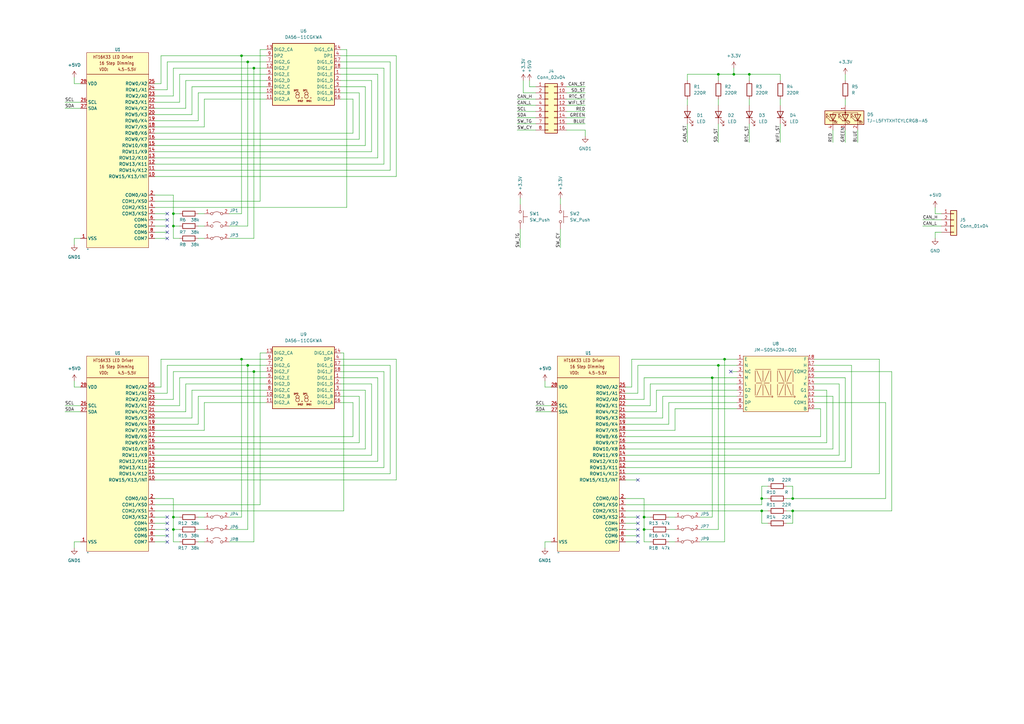
<source format=kicad_sch>
(kicad_sch (version 20231120) (generator "eeschema") (generator_version "8.0")
  (paper "A3")
  (lib_symbols
    (symbol "+5VD_1" (power) (pin_numbers hide) (pin_names (offset 0) hide)
      (property "Value" "+5VD" (at 0 3.556 0))
      (symbol "+5VD_1_1_1"
        (pin power_in line (at 0 0 90) (length 0) (name "~") (number "1"))
      )
    )
    (symbol "Adafruit 0.56 7-Segment QT-eagle-import:HT16K33_SOP28"
      (property "Reference" "U1" (at 0 39.37 0))
      (property "Value" "~" (at -12.7 -43.18 0))
      (symbol "HT16K33_SOP28_1_0"
        (text "16 Step Dimming" (at -7.62 33.02 0) (effects (font (size 1.27 1.0795)) (justify left bottom)))
        (text "4.5-5.5V" (at 0 30.48 0) (effects (font (size 1.27 1.0795)) (justify left bottom)))
        (text "HT16K33 LED Driver" (at -10.16 35.56 0) (effects (font (size 1.27 1.0795)) (justify left bottom)))
        (text "VDD:" (at -7.62 30.48 0) (effects (font (size 1.27 1.0795)) (justify left bottom)))
        (pin bidirectional line (at -15.24 -38.1 0) (length 2.54) (name "VSS") (number "1"))
        (pin bidirectional line (at 15.24 -12.7 180) (length 2.54) (name "ROW15/K13/INT") (number "10"))
        (pin bidirectional line (at 15.24 -10.16 180) (length 2.54) (name "ROW14/K12") (number "11"))
        (pin bidirectional line (at 15.24 -7.62 180) (length 2.54) (name "ROW13/K11") (number "12"))
        (pin bidirectional line (at 15.24 -5.08 180) (length 2.54) (name "ROW12/K10") (number "13"))
        (pin bidirectional line (at 15.24 -2.54 180) (length 2.54) (name "ROW11/K9") (number "14"))
        (pin bidirectional line (at 15.24 0 180) (length 2.54) (name "ROW10/K8") (number "15"))
        (pin bidirectional line (at 15.24 2.54 180) (length 2.54) (name "ROW9/K7") (number "16"))
        (pin bidirectional line (at 15.24 5.08 180) (length 2.54) (name "ROW8/K6") (number "17"))
        (pin bidirectional line (at 15.24 7.62 180) (length 2.54) (name "ROW7/K5") (number "18"))
        (pin bidirectional line (at 15.24 10.16 180) (length 2.54) (name "ROW6/K4") (number "19"))
        (pin bidirectional line (at 15.24 -20.32 180) (length 2.54) (name "COM0/AD") (number "2"))
        (pin bidirectional line (at 15.24 12.7 180) (length 2.54) (name "ROW5/K3") (number "20"))
        (pin bidirectional line (at 15.24 15.24 180) (length 2.54) (name "ROW4/K2") (number "21"))
        (pin bidirectional line (at 15.24 17.78 180) (length 2.54) (name "ROW3/K1") (number "22"))
        (pin bidirectional line (at 15.24 20.32 180) (length 2.54) (name "ROW2/A0") (number "23"))
        (pin bidirectional line (at 15.24 22.86 180) (length 2.54) (name "ROW1/A1") (number "24"))
        (pin bidirectional line (at 15.24 25.4 180) (length 2.54) (name "ROW0/A2") (number "25"))
        (pin bidirectional line (at -15.24 17.78 0) (length 2.54) (name "SCL") (number "26"))
        (pin bidirectional line (at -15.24 15.24 0) (length 2.54) (name "SDA") (number "27"))
        (pin bidirectional line (at -15.24 25.4 0) (length 2.54) (name "VDD") (number "28"))
        (pin bidirectional line (at 15.24 -22.86 180) (length 2.54) (name "COM1/KS0") (number "3"))
        (pin bidirectional line (at 15.24 -25.4 180) (length 2.54) (name "COM2/KS1") (number "4"))
        (pin bidirectional line (at 15.24 -27.94 180) (length 2.54) (name "COM3/KS2") (number "5"))
        (pin bidirectional line (at 15.24 -30.48 180) (length 2.54) (name "COM4") (number "6"))
        (pin bidirectional line (at 15.24 -33.02 180) (length 2.54) (name "COM5") (number "7"))
        (pin bidirectional line (at 15.24 -35.56 180) (length 2.54) (name "COM6") (number "8"))
        (pin bidirectional line (at 15.24 -38.1 180) (length 2.54) (name "COM7") (number "9"))
      )
    )
    (symbol "Connector_Generic:Conn_01x04" (pin_names (offset 1.016) hide)
      (property "Reference" "J" (at 0 5.08 0))
      (property "Value" "Conn_01x04" (at 0 -7.62 0))
      (symbol "Conn_01x04_1_1"
        (pin passive line (at -5.08 2.54 0) (length 3.81) (name "Pin_1") (number "1"))
        (pin passive line (at -5.08 0 0) (length 3.81) (name "Pin_2") (number "2"))
        (pin passive line (at -5.08 -2.54 0) (length 3.81) (name "Pin_3") (number "3"))
        (pin passive line (at -5.08 -5.08 0) (length 3.81) (name "Pin_4") (number "4"))
      )
    )
    (symbol "Connector_Generic:Conn_02x08_Top_Bottom" (pin_names (offset 1.016) hide)
      (property "Reference" "J" (at 1.27 10.16 0))
      (property "Value" "Conn_02x08_Top_Bottom" (at 1.27 -12.7 0))
      (symbol "Conn_02x08_Top_Bottom_1_1"
        (pin passive line (at -5.08 7.62 0) (length 3.81) (name "Pin_1") (number "1"))
        (pin passive line (at 7.62 5.08 180) (length 3.81) (name "Pin_10") (number "10"))
        (pin passive line (at 7.62 2.54 180) (length 3.81) (name "Pin_11") (number "11"))
        (pin passive line (at 7.62 0 180) (length 3.81) (name "Pin_12") (number "12"))
        (pin passive line (at 7.62 -2.54 180) (length 3.81) (name "Pin_13") (number "13"))
        (pin passive line (at 7.62 -5.08 180) (length 3.81) (name "Pin_14") (number "14"))
        (pin passive line (at 7.62 -7.62 180) (length 3.81) (name "Pin_15") (number "15"))
        (pin passive line (at 7.62 -10.16 180) (length 3.81) (name "Pin_16") (number "16"))
        (pin passive line (at -5.08 5.08 0) (length 3.81) (name "Pin_2") (number "2"))
        (pin passive line (at -5.08 2.54 0) (length 3.81) (name "Pin_3") (number "3"))
        (pin passive line (at -5.08 0 0) (length 3.81) (name "Pin_4") (number "4"))
        (pin passive line (at -5.08 -2.54 0) (length 3.81) (name "Pin_5") (number "5"))
        (pin passive line (at -5.08 -5.08 0) (length 3.81) (name "Pin_6") (number "6"))
        (pin passive line (at -5.08 -7.62 0) (length 3.81) (name "Pin_7") (number "7"))
        (pin passive line (at -5.08 -10.16 0) (length 3.81) (name "Pin_8") (number "8"))
        (pin passive line (at 7.62 7.62 180) (length 3.81) (name "Pin_9") (number "9"))
      )
    )
    (symbol "Device:LED" (pin_numbers hide) (pin_names (offset 1.016) hide)
      (property "Reference" "D" (at 0 2.54 0))
      (property "Value" "LED" (at 0 -2.54 0))
      (symbol "LED_1_1"
        (pin passive line (at -3.81 0 0) (length 2.54) (name "K") (number "1"))
        (pin passive line (at 3.81 0 180) (length 2.54) (name "A") (number "2"))
      )
    )
    (symbol "Device:LED_ABGR" (pin_names (offset 0) hide)
      (property "Reference" "D" (at 0 9.398 0))
      (property "Value" "LED_ABGR" (at 0 -8.89 0))
      (symbol "LED_ABGR_0_0"
        (text "B" (at -1.905 -6.35 0) (effects (font (size 1.27 1.27))))
        (text "G" (at -1.905 -1.27 0) (effects (font (size 1.27 1.27))))
        (text "R" (at -1.905 3.81 0) (effects (font (size 1.27 1.27))))
      )
      (symbol "LED_ABGR_1_1"
        (pin passive line (at 5.08 0 180) (length 2.54) (name "A") (number "1"))
        (pin passive line (at -5.08 -5.08 0) (length 2.54) (name "BK") (number "2"))
        (pin passive line (at -5.08 0 0) (length 2.54) (name "GK") (number "3"))
        (pin passive line (at -5.08 5.08 0) (length 2.54) (name "RK") (number "4"))
      )
    )
    (symbol "Device:R" (pin_numbers hide) (pin_names (offset 0))
      (property "Reference" "R" (at 2.032 0 90))
      (property "Value" "R" (at 0 0 90))
      (symbol "R_1_1"
        (pin passive line (at 0 3.81 270) (length 1.27) (name "~") (number "1"))
        (pin passive line (at 0 -3.81 90) (length 1.27) (name "~") (number "2"))
      )
    )
    (symbol "Display_Character:DA56-11CGKWA"
      (property "Reference" "U" (at -11.43 13.97 0))
      (property "Value" "DA56-11CGKWA" (at 12.7 13.97 0))
      (symbol "DA56-11CGKWA_0_0"
        (text "8.8." (at 0 8.636 0) (effects (font (size 2.54 2.54))))
        (text "DIG1" (at -2.286 10.922 0) (effects (font (size 0.635 0.635))))
        (text "DIG2" (at 1.27 10.922 0) (effects (font (size 0.635 0.635))))
        (text "DP1" (at -0.762 6.604 0) (effects (font (size 0.635 0.635))))
        (text "DP2" (at 3.048 6.604 0) (effects (font (size 0.635 0.635))))
      )
      (symbol "DA56-11CGKWA_1_1"
        (pin input line (at -15.24 0 0) (length 2.54) (name "DIG1_E") (number "1"))
        (pin input line (at 15.24 7.62 180) (length 2.54) (name "DIG2_B") (number "10"))
        (pin input line (at 15.24 10.16 180) (length 2.54) (name "DIG2_A") (number "11"))
        (pin input line (at 15.24 -2.54 180) (length 2.54) (name "DIG2_F") (number "12"))
        (pin input line (at 15.24 -10.16 180) (length 2.54) (name "DIG2_CA") (number "13"))
        (pin input line (at -15.24 -10.16 0) (length 2.54) (name "DIG1_CA") (number "14"))
        (pin input line (at -15.24 7.62 0) (length 2.54) (name "DIG1_B") (number "15"))
        (pin input line (at -15.24 10.16 0) (length 2.54) (name "DIG1_A") (number "16"))
        (pin input line (at -15.24 -5.08 0) (length 2.54) (name "DIG1_G") (number "17"))
        (pin input line (at -15.24 -2.54 0) (length 2.54) (name "DIG1_F") (number "18"))
        (pin input line (at -15.24 2.54 0) (length 2.54) (name "DIG1_D") (number "2"))
        (pin input line (at -15.24 5.08 0) (length 2.54) (name "DIG1_C") (number "3"))
        (pin input line (at -15.24 -7.62 0) (length 2.54) (name "DP1") (number "4"))
        (pin input line (at 15.24 0 180) (length 2.54) (name "DIG2_E") (number "5"))
        (pin input line (at 15.24 2.54 180) (length 2.54) (name "DIG2_D") (number "6"))
        (pin input line (at 15.24 -5.08 180) (length 2.54) (name "DIG2_G") (number "7"))
        (pin input line (at 15.24 5.08 180) (length 2.54) (name "DIG2_C") (number "8"))
        (pin input line (at 15.24 -7.62 180) (length 2.54) (name "DP2") (number "9"))
      )
    )
    (symbol "Display_Character:JM-S05422AH-001"
      (property "Reference" "U6" (at 0.635 5.08 0))
      (property "Value" "JM-S05422A-001" (at 0.635 2.54 0))
      (symbol "JM-S05422AH-001_1_1"
        (pin input line (at -15.24 -1.27 0) (length 2.54) (name "E") (number "1"))
        (pin input line (at 16.51 -21.59 180) (length 2.54) (name "B") (number "10"))
        (pin input line (at 16.51 -19.05 180) (length 2.54) (name "COM1") (number "11"))
        (pin input line (at 16.51 -16.51 180) (length 2.54) (name "A") (number "12"))
        (pin input line (at 16.51 -13.97 180) (length 2.54) (name "G1") (number "13"))
        (pin input line (at 16.51 -11.43 180) (length 2.54) (name "K") (number "14"))
        (pin input line (at 16.51 -8.89 180) (length 2.54) (name "J") (number "15"))
        (pin input line (at 16.51 -6.35 180) (length 2.54) (name "COM2") (number "16"))
        (pin input line (at 16.51 -3.81 180) (length 2.54) (name "H") (number "17"))
        (pin input line (at 16.51 -1.27 180) (length 2.54) (name "F") (number "18"))
        (pin input line (at -15.24 -3.81 0) (length 2.54) (name "N") (number "2"))
        (pin input line (at -15.24 -6.35 0) (length 2.54) (name "NC") (number "3"))
        (pin input line (at -15.24 -8.89 0) (length 2.54) (name "M") (number "4"))
        (pin input line (at -15.24 -11.43 0) (length 2.54) (name "L") (number "5"))
        (pin input line (at -15.24 -13.97 0) (length 2.54) (name "G2") (number "6"))
        (pin input line (at -15.24 -16.51 0) (length 2.54) (name "D") (number "7"))
        (pin input line (at -15.24 -19.05 0) (length 2.54) (name "DP") (number "8"))
        (pin input line (at -15.24 -21.59 0) (length 2.54) (name "C") (number "9"))
      )
    )
    (symbol "Jumper:Jumper_2_Bridged" (pin_names (offset 0) hide)
      (property "Reference" "JP" (at 0 1.905 0))
      (property "Value" "Jumper_2_Bridged" (at 0 -2.54 0))
      (symbol "Jumper_2_Bridged_1_1"
        (pin passive line (at -5.08 0 0) (length 2.54) (name "A") (number "1"))
        (pin passive line (at 5.08 0 180) (length 2.54) (name "B") (number "2"))
      )
    )
    (symbol "Jumper:Jumper_2_Open" (pin_names (offset 0) hide)
      (property "Reference" "JP" (at 0 2.794 0))
      (property "Value" "Jumper_2_Open" (at 0 -2.286 0))
      (symbol "Jumper_2_Open_1_1"
        (pin passive line (at -5.08 0 0) (length 2.54) (name "A") (number "1"))
        (pin passive line (at 5.08 0 180) (length 2.54) (name "B") (number "2"))
      )
    )
    (symbol "Switch:SW_Push" (pin_numbers hide) (pin_names (offset 1.016) hide)
      (property "Reference" "SW" (at 1.27 2.54 0))
      (property "Value" "SW_Push" (at 0 -1.524 0))
      (symbol "SW_Push_0_1"
        (pin passive line (at -5.08 0 0) (length 2.54) (name "1") (number "1"))
        (pin passive line (at 5.08 0 180) (length 2.54) (name "2") (number "2"))
      )
    )
    (symbol "power:+3.3V" (power) (pin_names (offset 0))
      (property "Value" "+3.3V" (at 0 3.556 0))
      (symbol "+3.3V_1_1"
        (pin power_in line (at 0 0 90) (length 0) hide (name "+3.3V") (number "1"))
      )
    )
    (symbol "power:+5VD" (power) (pin_names (offset 0))
      (property "Value" "+5VD" (at 0 3.556 0))
      (symbol "+5VD_1_1"
        (pin power_in line (at 0 0 90) (length 0) hide (name "+5VD") (number "1"))
      )
    )
    (symbol "power:GND" (power) (pin_numbers hide) (pin_names (offset 0) hide)
      (property "Value" "GND" (at 0 -3.81 0))
      (symbol "GND_1_1"
        (pin power_in line (at 0 0 270) (length 0) (name "~") (number "1"))
      )
    )
    (symbol "power:GND1" (power) (pin_names (offset 0))
      (property "Value" "GND1" (at 0 -3.81 0))
      (symbol "GND1_1_1"
        (pin power_in line (at 0 0 270) (length 0) hide (name "GND1") (number "1"))
      )
    )
  )
  (junction (at 325.12 204.47))
  (junction (at 104.14 27.94))
  (junction (at 294.64 30.48))
  (junction (at 264.16 212.09))
  (junction (at 300.99 30.48))
  (junction (at 71.12 212.09))
  (junction (at 312.42 209.55))
  (junction (at 292.1 154.94))
  (junction (at 101.6 149.86))
  (junction (at 101.6 25.4))
  (junction (at 297.18 147.32))
  (junction (at 325.12 209.55))
  (junction (at 99.06 22.86))
  (junction (at 71.12 217.17))
  (junction (at 307.34 30.48))
  (junction (at 294.64 149.86))
  (junction (at 104.14 152.4))
  (junction (at 312.42 204.47))
  (junction (at 99.06 147.32))
  (junction (at 264.16 217.17))
  (junction (at 71.12 87.63))
  (junction (at 71.12 92.71))
  (no_connect (at 261.62 214.63))
  (no_connect (at 68.58 90.17))
  (no_connect (at 68.58 95.25))
  (no_connect (at 68.58 217.17))
  (no_connect (at 261.62 212.09))
  (no_connect (at 68.58 87.63))
  (no_connect (at 68.58 222.25))
  (no_connect (at 68.58 219.71))
  (no_connect (at 68.58 92.71))
  (no_connect (at 261.62 219.71))
  (no_connect (at 261.62 196.85))
  (no_connect (at 299.72 152.4))
  (no_connect (at 68.58 214.63))
  (no_connect (at 261.62 217.17))
  (no_connect (at 68.58 212.09))
  (no_connect (at 261.62 222.25))
  (no_connect (at 68.58 97.79))
  (wire (pts (xy 144.78 40.64) (xy 144.78 54.61)))
  (wire (pts (xy 30.48 222.25) (xy 30.48 224.79)))
  (wire (pts (xy 346.71 30.48) (xy 346.71 33.02)))
  (wire (pts (xy 63.5 212.09) (xy 68.58 212.09)))
  (wire (pts (xy 63.5 39.37) (xy 71.12 39.37)))
  (wire (pts (xy 312.42 199.39) (xy 314.96 199.39)))
  (wire (pts (xy 232.41 50.8) (xy 240.03 50.8)))
  (wire (pts (xy 71.12 222.25) (xy 73.66 222.25)))
  (wire (pts (xy 63.5 181.61) (xy 147.32 181.61)))
  (wire (pts (xy 71.12 212.09) (xy 71.12 217.17)))
  (wire (pts (xy 68.58 149.86) (xy 68.58 161.29)))
  (wire (pts (xy 297.18 147.32) (xy 302.26 147.32)))
  (wire (pts (xy 63.5 184.15) (xy 149.86 184.15)))
  (wire (pts (xy 154.94 189.23) (xy 63.5 189.23)))
  (wire (pts (xy 157.48 152.4) (xy 157.48 191.77)))
  (wire (pts (xy 63.5 196.85) (xy 162.56 196.85)))
  (wire (pts (xy 386.08 95.25) (xy 383.54 95.25)))
  (wire (pts (xy 99.06 212.09) (xy 99.06 147.32)))
  (wire (pts (xy 299.72 152.4) (xy 302.26 152.4)))
  (wire (pts (xy 33.02 34.29) (xy 30.48 34.29)))
  (wire (pts (xy 256.54 189.23) (xy 346.71 189.23)))
  (wire (pts (xy 63.5 191.77) (xy 157.48 191.77)))
  (wire (pts (xy 325.12 199.39) (xy 325.12 204.47)))
  (wire (pts (xy 140.97 144.78) (xy 140.97 209.55)))
  (wire (pts (xy 339.09 181.61) (xy 256.54 181.61)))
  (wire (pts (xy 232.41 38.1) (xy 240.03 38.1)))
  (wire (pts (xy 264.16 217.17) (xy 266.7 217.17)))
  (wire (pts (xy 232.41 40.64) (xy 240.03 40.64)))
  (wire (pts (xy 232.41 53.34) (xy 240.03 53.34)))
  (wire (pts (xy 312.42 209.55) (xy 312.42 214.63)))
  (wire (pts (xy 83.82 165.1) (xy 109.22 165.1)))
  (wire (pts (xy 68.58 25.4) (xy 68.58 36.83)))
  (wire (pts (xy 281.94 30.48) (xy 294.64 30.48)))
  (wire (pts (xy 63.5 72.39) (xy 162.56 72.39)))
  (wire (pts (xy 63.5 163.83) (xy 71.12 163.83)))
  (wire (pts (xy 73.66 30.48) (xy 73.66 41.91)))
  (wire (pts (xy 93.98 97.79) (xy 104.14 97.79)))
  (wire (pts (xy 162.56 196.85) (xy 162.56 147.32)))
  (wire (pts (xy 229.87 81.28) (xy 229.87 83.82)))
  (wire (pts (xy 281.94 40.64) (xy 281.94 43.18)))
  (wire (pts (xy 256.54 214.63) (xy 261.62 214.63)))
  (wire (pts (xy 76.2 33.02) (xy 76.2 44.45)))
  (wire (pts (xy 378.46 92.71) (xy 386.08 92.71)))
  (wire (pts (xy 360.68 147.32) (xy 334.01 147.32)))
  (wire (pts (xy 264.16 217.17) (xy 264.16 222.25)))
  (wire (pts (xy 139.7 25.4) (xy 160.02 25.4)))
  (wire (pts (xy 76.2 157.48) (xy 76.2 168.91)))
  (wire (pts (xy 256.54 166.37) (xy 266.7 166.37)))
  (wire (pts (xy 81.28 38.1) (xy 109.22 38.1)))
  (wire (pts (xy 383.54 95.25) (xy 383.54 97.79)))
  (wire (pts (xy 71.12 212.09) (xy 73.66 212.09)))
  (wire (pts (xy 274.32 165.1) (xy 274.32 173.99)))
  (wire (pts (xy 276.86 176.53) (xy 276.86 167.64)))
  (wire (pts (xy 83.82 40.64) (xy 109.22 40.64)))
  (wire (pts (xy 212.09 53.34) (xy 219.71 53.34)))
  (wire (pts (xy 63.5 44.45) (xy 76.2 44.45)))
  (wire (pts (xy 212.09 43.18) (xy 219.71 43.18)))
  (wire (pts (xy 217.17 33.02) (xy 217.17 35.56)))
  (wire (pts (xy 104.14 222.25) (xy 104.14 152.4)))
  (wire (pts (xy 63.5 97.79) (xy 68.58 97.79)))
  (wire (pts (xy 66.04 22.86) (xy 99.06 22.86)))
  (wire (pts (xy 223.52 156.21) (xy 223.52 158.75)))
  (wire (pts (xy 71.12 217.17) (xy 73.66 217.17)))
  (wire (pts (xy 99.06 147.32) (xy 109.22 147.32)))
  (wire (pts (xy 334.01 160.02) (xy 339.09 160.02)))
  (wire (pts (xy 63.5 36.83) (xy 68.58 36.83)))
  (wire (pts (xy 93.98 212.09) (xy 99.06 212.09)))
  (wire (pts (xy 152.4 157.48) (xy 139.7 157.48)))
  (wire (pts (xy 344.17 157.48) (xy 344.17 186.69)))
  (wire (pts (xy 312.42 199.39) (xy 312.42 204.47)))
  (wire (pts (xy 346.71 53.34) (xy 346.71 58.42)))
  (wire (pts (xy 300.99 30.48) (xy 307.34 30.48)))
  (wire (pts (xy 106.68 144.78) (xy 109.22 144.78)))
  (wire (pts (xy 256.54 204.47) (xy 264.16 204.47)))
  (wire (pts (xy 104.14 97.79) (xy 104.14 27.94)))
  (wire (pts (xy 349.25 191.77) (xy 256.54 191.77)))
  (wire (pts (xy 63.5 57.15) (xy 147.32 57.15)))
  (wire (pts (xy 63.5 161.29) (xy 68.58 161.29)))
  (wire (pts (xy 154.94 154.94) (xy 154.94 189.23)))
  (wire (pts (xy 71.12 217.17) (xy 71.12 222.25)))
  (wire (pts (xy 213.36 93.98) (xy 213.36 101.6)))
  (wire (pts (xy 281.94 50.8) (xy 281.94 58.42)))
  (wire (pts (xy 229.87 93.98) (xy 229.87 101.6)))
  (wire (pts (xy 264.16 212.09) (xy 266.7 212.09)))
  (wire (pts (xy 256.54 196.85) (xy 261.62 196.85)))
  (wire (pts (xy 266.7 166.37) (xy 266.7 157.48)))
  (wire (pts (xy 66.04 34.29) (xy 63.5 34.29)))
  (wire (pts (xy 63.5 41.91) (xy 73.66 41.91)))
  (wire (pts (xy 139.7 149.86) (xy 160.02 149.86)))
  (wire (pts (xy 232.41 48.26) (xy 240.03 48.26)))
  (wire (pts (xy 152.4 33.02) (xy 152.4 62.23)))
  (wire (pts (xy 83.82 165.1) (xy 83.82 176.53)))
  (wire (pts (xy 322.58 199.39) (xy 325.12 199.39)))
  (wire (pts (xy 63.5 54.61) (xy 144.78 54.61)))
  (wire (pts (xy 157.48 152.4) (xy 139.7 152.4)))
  (wire (pts (xy 71.12 152.4) (xy 71.12 163.83)))
  (wire (pts (xy 63.5 59.69) (xy 149.86 59.69)))
  (wire (pts (xy 307.34 40.64) (xy 307.34 43.18)))
  (wire (pts (xy 73.66 154.94) (xy 109.22 154.94)))
  (wire (pts (xy 144.78 179.07) (xy 63.5 179.07)))
  (wire (pts (xy 99.06 87.63) (xy 99.06 22.86)))
  (wire (pts (xy 307.34 50.8) (xy 307.34 58.42)))
  (wire (pts (xy 264.16 204.47) (xy 264.16 212.09)))
  (wire (pts (xy 271.78 162.56) (xy 271.78 171.45)))
  (wire (pts (xy 63.5 52.07) (xy 83.82 52.07)))
  (wire (pts (xy 223.52 222.25) (xy 223.52 224.79)))
  (wire (pts (xy 30.48 156.21) (xy 30.48 158.75)))
  (wire (pts (xy 81.28 222.25) (xy 83.82 222.25)))
  (wire (pts (xy 256.54 194.31) (xy 360.68 194.31)))
  (wire (pts (xy 334.01 157.48) (xy 344.17 157.48)))
  (wire (pts (xy 152.4 157.48) (xy 152.4 186.69)))
  (wire (pts (xy 104.14 27.94) (xy 109.22 27.94)))
  (wire (pts (xy 363.22 204.47) (xy 363.22 165.1)))
  (wire (pts (xy 160.02 25.4) (xy 160.02 69.85)))
  (wire (pts (xy 81.28 162.56) (xy 109.22 162.56)))
  (wire (pts (xy 259.08 147.32) (xy 259.08 158.75)))
  (wire (pts (xy 63.5 204.47) (xy 71.12 204.47)))
  (wire (pts (xy 219.71 168.91) (xy 226.06 168.91)))
  (wire (pts (xy 140.97 209.55) (xy 63.5 209.55)))
  (wire (pts (xy 63.5 217.17) (xy 68.58 217.17)))
  (wire (pts (xy 149.86 160.02) (xy 149.86 184.15)))
  (wire (pts (xy 214.63 38.1) (xy 219.71 38.1)))
  (wire (pts (xy 256.54 179.07) (xy 336.55 179.07)))
  (wire (pts (xy 63.5 222.25) (xy 68.58 222.25)))
  (wire (pts (xy 63.5 92.71) (xy 68.58 92.71)))
  (wire (pts (xy 269.24 160.02) (xy 302.26 160.02)))
  (wire (pts (xy 76.2 157.48) (xy 109.22 157.48)))
  (wire (pts (xy 81.28 212.09) (xy 83.82 212.09)))
  (wire (pts (xy 276.86 167.64) (xy 302.26 167.64)))
  (wire (pts (xy 341.63 162.56) (xy 341.63 184.15)))
  (wire (pts (xy 339.09 160.02) (xy 339.09 181.61)))
  (wire (pts (xy 162.56 72.39) (xy 162.56 22.86)))
  (wire (pts (xy 78.74 160.02) (xy 78.74 171.45)))
  (wire (pts (xy 71.12 92.71) (xy 71.12 97.79)))
  (wire (pts (xy 26.67 168.91) (xy 33.02 168.91)))
  (wire (pts (xy 294.64 40.64) (xy 294.64 43.18)))
  (wire (pts (xy 71.12 152.4) (xy 104.14 152.4)))
  (wire (pts (xy 71.12 97.79) (xy 73.66 97.79)))
  (wire (pts (xy 81.28 217.17) (xy 83.82 217.17)))
  (wire (pts (xy 264.16 154.94) (xy 264.16 163.83)))
  (wire (pts (xy 63.5 214.63) (xy 68.58 214.63)))
  (wire (pts (xy 81.28 97.79) (xy 83.82 97.79)))
  (wire (pts (xy 346.71 40.64) (xy 346.71 43.18)))
  (wire (pts (xy 325.12 209.55) (xy 365.76 209.55)))
  (wire (pts (xy 276.86 212.09) (xy 274.32 212.09)))
  (wire (pts (xy 104.14 152.4) (xy 109.22 152.4)))
  (wire (pts (xy 346.71 189.23) (xy 346.71 154.94)))
  (wire (pts (xy 93.98 217.17) (xy 101.6 217.17)))
  (wire (pts (xy 106.68 20.32) (xy 106.68 82.55)))
  (wire (pts (xy 147.32 38.1) (xy 139.7 38.1)))
  (wire (pts (xy 160.02 194.31) (xy 63.5 194.31)))
  (wire (pts (xy 256.54 222.25) (xy 261.62 222.25)))
  (wire (pts (xy 139.7 30.48) (xy 154.94 30.48)))
  (wire (pts (xy 83.82 40.64) (xy 83.82 52.07)))
  (wire (pts (xy 297.18 147.32) (xy 297.18 222.25)))
  (wire (pts (xy 325.12 209.55) (xy 325.12 214.63)))
  (wire (pts (xy 63.5 171.45) (xy 78.74 171.45)))
  (wire (pts (xy 334.01 152.4) (xy 365.76 152.4)))
  (wire (pts (xy 147.32 162.56) (xy 139.7 162.56)))
  (wire (pts (xy 106.68 207.01) (xy 63.5 207.01)))
  (wire (pts (xy 294.64 50.8) (xy 294.64 58.42)))
  (wire (pts (xy 71.12 204.47) (xy 71.12 212.09)))
  (wire (pts (xy 63.5 95.25) (xy 68.58 95.25)))
  (wire (pts (xy 383.54 85.09) (xy 383.54 87.63)))
  (wire (pts (xy 214.63 33.02) (xy 214.63 38.1)))
  (wire (pts (xy 147.32 38.1) (xy 147.32 57.15)))
  (wire (pts (xy 33.02 158.75) (xy 30.48 158.75)))
  (wire (pts (xy 93.98 222.25) (xy 104.14 222.25)))
  (wire (pts (xy 212.09 48.26) (xy 219.71 48.26)))
  (wire (pts (xy 334.01 165.1) (xy 363.22 165.1)))
  (wire (pts (xy 71.12 87.63) (xy 71.12 92.71)))
  (wire (pts (xy 63.5 168.91) (xy 76.2 168.91)))
  (wire (pts (xy 152.4 33.02) (xy 139.7 33.02)))
  (wire (pts (xy 294.64 149.86) (xy 302.26 149.86)))
  (wire (pts (xy 261.62 149.86) (xy 294.64 149.86)))
  (wire (pts (xy 325.12 204.47) (xy 322.58 204.47)))
  (wire (pts (xy 256.54 161.29) (xy 261.62 161.29)))
  (wire (pts (xy 68.58 149.86) (xy 101.6 149.86)))
  (wire (pts (xy 378.46 90.17) (xy 386.08 90.17)))
  (wire (pts (xy 66.04 147.32) (xy 66.04 158.75)))
  (wire (pts (xy 256.54 219.71) (xy 261.62 219.71)))
  (wire (pts (xy 63.5 62.23) (xy 152.4 62.23)))
  (wire (pts (xy 256.54 186.69) (xy 344.17 186.69)))
  (wire (pts (xy 93.98 87.63) (xy 99.06 87.63)))
  (wire (pts (xy 269.24 160.02) (xy 269.24 168.91)))
  (wire (pts (xy 63.5 46.99) (xy 78.74 46.99)))
  (wire (pts (xy 162.56 22.86) (xy 139.7 22.86)))
  (wire (pts (xy 266.7 157.48) (xy 302.26 157.48)))
  (wire (pts (xy 71.12 80.01) (xy 71.12 87.63)))
  (wire (pts (xy 287.02 217.17) (xy 294.64 217.17)))
  (wire (pts (xy 26.67 41.91) (xy 33.02 41.91)))
  (wire (pts (xy 63.5 69.85) (xy 160.02 69.85)))
  (wire (pts (xy 256.54 171.45) (xy 271.78 171.45)))
  (wire (pts (xy 139.7 40.64) (xy 144.78 40.64)))
  (wire (pts (xy 341.63 184.15) (xy 256.54 184.15)))
  (wire (pts (xy 139.7 165.1) (xy 144.78 165.1)))
  (wire (pts (xy 256.54 168.91) (xy 269.24 168.91)))
  (wire (pts (xy 232.41 45.72) (xy 240.03 45.72)))
  (wire (pts (xy 63.5 67.31) (xy 157.48 67.31)))
  (wire (pts (xy 157.48 27.94) (xy 157.48 67.31)))
  (wire (pts (xy 386.08 87.63) (xy 383.54 87.63)))
  (wire (pts (xy 274.32 217.17) (xy 276.86 217.17)))
  (wire (pts (xy 259.08 147.32) (xy 297.18 147.32)))
  (wire (pts (xy 160.02 149.86) (xy 160.02 194.31)))
  (wire (pts (xy 256.54 207.01) (xy 312.42 207.01)))
  (wire (pts (xy 334.01 162.56) (xy 341.63 162.56)))
  (wire (pts (xy 300.99 27.94) (xy 300.99 30.48)))
  (wire (pts (xy 139.7 154.94) (xy 154.94 154.94)))
  (wire (pts (xy 101.6 25.4) (xy 109.22 25.4)))
  (wire (pts (xy 33.02 97.79) (xy 30.48 97.79)))
  (wire (pts (xy 360.68 194.31) (xy 360.68 147.32)))
  (wire (pts (xy 162.56 147.32) (xy 139.7 147.32)))
  (wire (pts (xy 106.68 20.32) (xy 109.22 20.32)))
  (wire (pts (xy 294.64 30.48) (xy 294.64 33.02)))
  (wire (pts (xy 212.09 45.72) (xy 219.71 45.72)))
  (wire (pts (xy 292.1 154.94) (xy 292.1 212.09)))
  (wire (pts (xy 71.12 27.94) (xy 71.12 39.37)))
  (wire (pts (xy 274.32 165.1) (xy 302.26 165.1)))
  (wire (pts (xy 240.03 53.34) (xy 240.03 55.88)))
  (wire (pts (xy 81.28 38.1) (xy 81.28 49.53)))
  (wire (pts (xy 212.09 50.8) (xy 219.71 50.8)))
  (wire (pts (xy 256.54 163.83) (xy 264.16 163.83)))
  (wire (pts (xy 320.04 50.8) (xy 320.04 58.42)))
  (wire (pts (xy 256.54 217.17) (xy 261.62 217.17)))
  (wire (pts (xy 71.12 27.94) (xy 104.14 27.94)))
  (wire (pts (xy 264.16 154.94) (xy 292.1 154.94)))
  (wire (pts (xy 106.68 207.01) (xy 106.68 144.78)))
  (wire (pts (xy 63.5 64.77) (xy 154.94 64.77)))
  (wire (pts (xy 149.86 35.56) (xy 149.86 59.69)))
  (wire (pts (xy 26.67 44.45) (xy 33.02 44.45)))
  (wire (pts (xy 63.5 80.01) (xy 71.12 80.01)))
  (wire (pts (xy 336.55 179.07) (xy 336.55 167.64)))
  (wire (pts (xy 71.12 87.63) (xy 73.66 87.63)))
  (wire (pts (xy 312.42 209.55) (xy 314.96 209.55)))
  (wire (pts (xy 219.71 166.37) (xy 226.06 166.37)))
  (wire (pts (xy 154.94 30.48) (xy 154.94 64.77)))
  (wire (pts (xy 66.04 22.86) (xy 66.04 34.29)))
  (wire (pts (xy 157.48 27.94) (xy 139.7 27.94)))
  (wire (pts (xy 73.66 154.94) (xy 73.66 166.37)))
  (wire (pts (xy 294.64 217.17) (xy 294.64 149.86)))
  (wire (pts (xy 307.34 30.48) (xy 307.34 33.02)))
  (wire (pts (xy 78.74 35.56) (xy 78.74 46.99)))
  (wire (pts (xy 256.54 212.09) (xy 261.62 212.09)))
  (wire (pts (xy 346.71 154.94) (xy 334.01 154.94)))
  (wire (pts (xy 139.7 20.32) (xy 142.24 20.32)))
  (wire (pts (xy 334.01 149.86) (xy 349.25 149.86)))
  (wire (pts (xy 256.54 209.55) (xy 312.42 209.55)))
  (wire (pts (xy 226.06 222.25) (xy 223.52 222.25)))
  (wire (pts (xy 30.48 31.75) (xy 30.48 34.29)))
  (wire (pts (xy 147.32 162.56) (xy 147.32 181.61)))
  (wire (pts (xy 212.09 40.64) (xy 219.71 40.64)))
  (wire (pts (xy 142.24 20.32) (xy 142.24 85.09)))
  (wire (pts (xy 292.1 212.09) (xy 287.02 212.09)))
  (wire (pts (xy 81.28 87.63) (xy 83.82 87.63)))
  (wire (pts (xy 325.12 204.47) (xy 363.22 204.47)))
  (wire (pts (xy 307.34 30.48) (xy 320.04 30.48)))
  (wire (pts (xy 259.08 158.75) (xy 256.54 158.75)))
  (wire (pts (xy 139.7 160.02) (xy 149.86 160.02)))
  (wire (pts (xy 63.5 173.99) (xy 81.28 173.99)))
  (wire (pts (xy 349.25 149.86) (xy 349.25 191.77)))
  (wire (pts (xy 78.74 35.56) (xy 109.22 35.56)))
  (wire (pts (xy 320.04 30.48) (xy 320.04 33.02)))
  (wire (pts (xy 325.12 214.63) (xy 322.58 214.63)))
  (wire (pts (xy 73.66 30.48) (xy 109.22 30.48)))
  (wire (pts (xy 264.16 212.09) (xy 264.16 217.17)))
  (wire (pts (xy 63.5 49.53) (xy 81.28 49.53)))
  (wire (pts (xy 281.94 30.48) (xy 281.94 33.02)))
  (wire (pts (xy 63.5 82.55) (xy 106.68 82.55)))
  (wire (pts (xy 297.18 222.25) (xy 287.02 222.25)))
  (wire (pts (xy 66.04 158.75) (xy 63.5 158.75)))
  (wire (pts (xy 217.17 35.56) (xy 219.71 35.56)))
  (wire (pts (xy 322.58 209.55) (xy 325.12 209.55)))
  (wire (pts (xy 365.76 209.55) (xy 365.76 152.4)))
  (wire (pts (xy 101.6 92.71) (xy 101.6 25.4)))
  (wire (pts (xy 226.06 158.75) (xy 223.52 158.75)))
  (wire (pts (xy 63.5 219.71) (xy 68.58 219.71)))
  (wire (pts (xy 351.79 53.34) (xy 351.79 58.42)))
  (wire (pts (xy 232.41 43.18) (xy 240.03 43.18)))
  (wire (pts (xy 63.5 90.17) (xy 68.58 90.17)))
  (wire (pts (xy 256.54 176.53) (xy 276.86 176.53)))
  (wire (pts (xy 232.41 35.56) (xy 240.03 35.56)))
  (wire (pts (xy 294.64 30.48) (xy 300.99 30.48)))
  (wire (pts (xy 139.7 144.78) (xy 140.97 144.78)))
  (wire (pts (xy 336.55 167.64) (xy 334.01 167.64)))
  (wire (pts (xy 99.06 22.86) (xy 109.22 22.86)))
  (wire (pts (xy 76.2 33.02) (xy 109.22 33.02)))
  (wire (pts (xy 266.7 222.25) (xy 264.16 222.25)))
  (wire (pts (xy 341.63 53.34) (xy 341.63 58.42)))
  (wire (pts (xy 312.42 204.47) (xy 312.42 207.01)))
  (wire (pts (xy 101.6 217.17) (xy 101.6 149.86)))
  (wire (pts (xy 139.7 35.56) (xy 149.86 35.56)))
  (wire (pts (xy 213.36 81.28) (xy 213.36 83.82)))
  (wire (pts (xy 271.78 162.56) (xy 302.26 162.56)))
  (wire (pts (xy 63.5 176.53) (xy 83.82 176.53)))
  (wire (pts (xy 261.62 149.86) (xy 261.62 161.29)))
  (wire (pts (xy 63.5 166.37) (xy 73.66 166.37)))
  (wire (pts (xy 93.98 92.71) (xy 101.6 92.71)))
  (wire (pts (xy 71.12 92.71) (xy 73.66 92.71)))
  (wire (pts (xy 81.28 162.56) (xy 81.28 173.99)))
  (wire (pts (xy 63.5 87.63) (xy 68.58 87.63)))
  (wire (pts (xy 81.28 92.71) (xy 83.82 92.71)))
  (wire (pts (xy 292.1 154.94) (xy 302.26 154.94)))
  (wire (pts (xy 312.42 204.47) (xy 314.96 204.47)))
  (wire (pts (xy 256.54 173.99) (xy 274.32 173.99)))
  (wire (pts (xy 33.02 222.25) (xy 30.48 222.25)))
  (wire (pts (xy 30.48 97.79) (xy 30.48 100.33)))
  (wire (pts (xy 68.58 25.4) (xy 101.6 25.4)))
  (wire (pts (xy 63.5 85.09) (xy 142.24 85.09)))
  (wire (pts (xy 312.42 214.63) (xy 314.96 214.63)))
  (wire (pts (xy 144.78 165.1) (xy 144.78 179.07)))
  (wire (pts (xy 101.6 149.86) (xy 109.22 149.86)))
  (wire (pts (xy 78.74 160.02) (xy 109.22 160.02)))
  (wire (pts (xy 320.04 40.64) (xy 320.04 43.18)))
  (wire (pts (xy 66.04 147.32) (xy 99.06 147.32)))
  (wire (pts (xy 63.5 186.69) (xy 152.4 186.69)))
  (wire (pts (xy 26.67 166.37) (xy 33.02 166.37)))
  (wire (pts (xy 276.86 222.25) (xy 274.32 222.25)))
  (label "RED" (at 341.63 58.42 90))
  (label "GREEN" (at 240.03 48.26 180))
  (label "GREEN" (at 346.71 58.42 90))
  (label "SDA" (at 212.09 48.26 0))
  (label "CAN_H" (at 212.09 40.64 0))
  (label "SDA" (at 219.71 168.91 0))
  (label "SW_TG" (at 212.09 50.8 0))
  (label "SCL" (at 219.71 166.37 0))
  (label "RED" (at 240.03 45.72 180))
  (label "SCL" (at 26.67 41.91 0))
  (label "SW_CY" (at 229.87 101.6 90))
  (label "SCL" (at 212.09 45.72 0))
  (label "RTC_ST" (at 307.34 58.42 90))
  (label "SDA" (at 26.67 44.45 0))
  (label "BLUE" (at 351.79 58.42 90))
  (label "SW_TG" (at 213.36 101.6 90))
  (label "WIFI_ST" (at 240.03 43.18 180))
  (label "WIFI_ST" (at 320.04 58.42 90))
  (label "CAN_H" (at 378.46 90.17 0))
  (label "SD_ST" (at 294.64 58.42 90))
  (label "SW_CY" (at 212.09 53.34 0))
  (label "SDA" (at 26.67 168.91 0))
  (label "CAN_ST" (at 281.94 58.42 90))
  (label "CAN_L" (at 212.09 43.18 0))
  (label "BLUE" (at 240.03 50.8 180))
  (label "CAN_L" (at 378.46 92.71 0))
  (label "RTC_ST" (at 240.03 40.64 180))
  (label "SCL" (at 26.67 166.37 0))
  (label "SD_ST" (at 240.03 38.1 180))
  (label "CAN_ST" (at 240.03 35.56 180))
  (symbol (lib_id "Adafruit 0.56 7-Segment QT-eagle-import:HT16K33_SOP28") (at 241.3 184.15 0) (unit 1)
    (property "Reference" "U1" (at 241.3 144.78 0) (effects (font (size 1.27 1.0795))))
    (property "Value" "~" (at 228.6 227.33 0) (effects (font (size 1.27 1.0795)) (justify left bottom)))
    (property "Footprint" "Package_SO:SSOP-28_3.9x9.9mm_P0.635mm" (effects (hide yes)))
    (instances (project "Adafruit 0.56 7-Segment QT" (path "" (reference "U1") (unit 1))) (project "NMEA-2000-influxdb" (path "" (reference "U11") (unit 1))))
  )
  (symbol (lib_id "Device:R") (at 318.77 214.63 90) (unit 1)
    (property "Reference" "R14" (at 316.23 212.09 90))
    (property "Value" "22R" (at 322.58 212.09 90))
    (property "Footprint" "Resistor_THT:R_Axial_DIN0204_L3.6mm_D1.6mm_P5.08mm_Horizontal" (effects (hide yes)))
  )
  (symbol (lib_id "Device:R") (at 346.71 36.83 0) (unit 1)
    (property "Reference" "R5" (at 349.25 35.56 0) (effects (justify left)))
    (property "Value" "R" (at 349.25 38.1 0) (effects (justify left)))
    (property "Footprint" "Resistor_THT:R_Axial_DIN0204_L3.6mm_D1.6mm_P5.08mm_Horizontal" (effects (hide yes)))
  )
  (symbol (lib_id "Device:R") (at 307.34 36.83 0) (unit 1)
    (property "Reference" "R3" (at 309.88 35.5599 0) (effects (justify left)))
    (property "Value" "220R" (at 309.88 38.0999 0) (effects (justify left)))
    (property "Footprint" "Resistor_THT:R_Axial_DIN0204_L3.6mm_D1.6mm_P5.08mm_Horizontal" (effects (hide yes)))
  )
  (symbol (lib_id "Device:R") (at 318.77 199.39 90) (unit 1)
    (property "Reference" "R9" (at 316.23 196.85 90))
    (property "Value" "22R" (at 322.58 196.85 90))
    (property "Footprint" "Resistor_THT:R_Axial_DIN0204_L3.6mm_D1.6mm_P5.08mm_Horizontal" (effects (hide yes)))
  )
  (symbol (lib_id "power:GND1") (at 30.48 224.79 0) (unit 1)
    (property "Reference" "#PWR031" (effects (hide yes)))
    (property "Value" "GND1" (at 30.48 229.87 0))
  )
  (symbol (lib_id "Jumper:Jumper_2_Open") (at 88.9 92.71 0) (unit 1)
    (property "Reference" "JP2" (at 96.012 91.694 0))
    (property "Value" "Jumper_2_Open" (effects (hide yes)))
    (property "Footprint" "Connector_PinHeader_2.54mm:PinHeader_1x02_P2.54mm_Vertical" (effects (hide yes)))
    (property "Description" "Jumper, 2-pole, open" (effects (hide yes)))
  )
  (symbol (lib_id "Switch:SW_Push") (at 229.87 88.9 270) (unit 1)
    (property "Reference" "SW2" (at 233.68 87.6299 90) (effects (justify left)))
    (property "Value" "SW_Push" (at 233.68 90.1699 90) (effects (justify left)))
    (property "Footprint" "Button_Switch_THT:SW_PUSH_6mm_H13mm" (effects (hide yes)))
    (property "Description" "Push button switch, generic, two pins" (effects (hide yes)))
  )
  (symbol (lib_id "Jumper:Jumper_2_Bridged") (at 281.94 212.09 0) (unit 1)
    (property "Reference" "JP5" (at 289.052 210.82 0))
    (property "Value" "Jumper_2_Bridged" (effects (hide yes)))
    (property "Footprint" "Connector_PinHeader_2.54mm:PinHeader_1x02_P2.54mm_Vertical" (effects (hide yes)))
    (property "Description" "Jumper, 2-pole, closed/bridged" (effects (hide yes)))
  )
  (symbol (lib_id "Device:R") (at 270.51 217.17 90) (mirror x) (unit 1)
    (property "Reference" "R16" (at 267.97 219.71 90))
    (property "Value" "47k" (at 273.05 219.71 90))
    (property "Footprint" "Resistor_THT:R_Axial_DIN0204_L3.6mm_D1.6mm_P5.08mm_Horizontal" (effects (hide yes)))
  )
  (symbol (lib_id "Jumper:Jumper_2_Bridged") (at 88.9 217.17 0) (unit 1)
    (property "Reference" "JP6" (at 96.012 216.154 0))
    (property "Value" "Jumper_2_Bridged" (effects (hide yes)))
    (property "Footprint" "Connector_PinHeader_2.54mm:PinHeader_1x02_P2.54mm_Vertical" (effects (hide yes)))
    (property "Description" "Jumper, 2-pole, closed/bridged" (effects (hide yes)))
  )
  (symbol (lib_id "power:+3.3V") (at 346.71 30.48 0) (unit 1)
    (property "Reference" "#PWR021" (effects (hide yes)))
    (property "Value" "+3.3V" (at 346.71 25.4 0))
  )
  (symbol (lib_id "Jumper:Jumper_2_Bridged") (at 88.9 97.79 0) (unit 1)
    (property "Reference" "JP3" (at 96.012 96.52 0))
    (property "Value" "Jumper_2_Bridged" (effects (hide yes)))
    (property "Footprint" "Connector_PinHeader_2.54mm:PinHeader_1x02_P2.54mm_Vertical" (effects (hide yes)))
    (property "Description" "Jumper, 2-pole, closed/bridged" (effects (hide yes)))
  )
  (symbol (lib_id "Device:R") (at 77.47 97.79 90) (mirror x) (unit 1)
    (property "Reference" "R8" (at 74.93 100.33 90))
    (property "Value" "38k" (at 80.01 100.33 90))
    (property "Footprint" "Resistor_THT:R_Axial_DIN0204_L3.6mm_D1.6mm_P5.08mm_Horizontal" (effects (hide yes)))
  )
  (symbol (lib_id "Adafruit 0.56 7-Segment QT-eagle-import:HT16K33_SOP28") (at 48.26 184.15 0) (unit 1)
    (property "Reference" "U1" (at 48.26 144.78 0) (effects (font (size 1.27 1.0795))))
    (property "Value" "~" (at 35.56 227.33 0) (effects (font (size 1.27 1.0795)) (justify left bottom)))
    (property "Footprint" "Package_SO:SSOP-28_3.9x9.9mm_P0.635mm" (effects (hide yes)))
    (instances (project "Adafruit 0.56 7-Segment QT" (path "" (reference "U1") (unit 1))) (project "NMEA-2000-influxdb" (path "" (reference "U10") (unit 1))))
  )
  (symbol (lib_id "Device:LED_ABGR") (at 346.71 48.26 90) (unit 1)
    (property "Reference" "D5" (at 355.6 46.99 90) (effects (justify right)))
    (property "Value" "TJ-L5FYTXHTCYLCRGB-A5" (at 355.6 49.53 90) (effects (justify right)))
    (property "Footprint" "LED_THT:LED_D5.0mm-4_RGB_Wide_Pins" (effects (hide yes)))
    (property "Datasheet" "https://datasheet.lcsc.com/lcsc/1912111437_TOGIALED-TJ-L5FYTXHTCYLCRGB-A5_C330749.pdf" (effects (hide yes)))
  )
  (symbol (lib_id "power:+5VD") (at 30.48 156.21 0) (unit 1)
    (property "Reference" "#PWR029" (effects (hide yes)))
    (property "Value" "+5VD" (at 30.48 151.13 0))
  )
  (symbol (lib_id "power:+5VD") (at 30.48 31.75 0) (unit 1)
    (property "Reference" "#PWR022" (effects (hide yes)))
    (property "Value" "+5VD" (at 30.48 26.67 0))
  )
  (symbol (lib_id "Display_Character:DA56-11CGKWA") (at 124.46 154.94 180) (unit 1)
    (property "Reference" "U9" (at 124.46 137.16 0))
    (property "Value" "DA56-11CGKWA" (at 124.46 139.7 0))
    (property "Footprint" "Display_7Segment:DA56-11CGKWA" (effects (hide yes)))
    (property "Datasheet" "http://www.kingbright.com/attachments/file/psearch/000/00/00/DA56-11CGKWA(Ver.16A).pdf" (effects (hide yes)))
  )
  (symbol (lib_id "Device:R") (at 77.47 87.63 90) (mirror x) (unit 1)
    (property "Reference" "R6" (at 74.93 90.17 90))
    (property "Value" "38k" (at 80.01 90.17 90))
    (property "Footprint" "Resistor_THT:R_Axial_DIN0204_L3.6mm_D1.6mm_P5.08mm_Horizontal" (effects (hide yes)))
  )
  (symbol (lib_id "power:+3.3V") (at 214.63 33.02 0) (unit 1)
    (property "Reference" "#PWR023" (effects (hide yes)))
    (property "Value" "+3.3V" (at 214.63 26.924 90))
  )
  (symbol (lib_id "Device:LED") (at 307.34 46.99 90) (unit 1)
    (property "Reference" "D3" (at 311.15 47.3075 90) (effects (justify right)))
    (property "Value" "LED" (at 311.15 49.8475 90) (effects (justify right)))
    (property "Footprint" "LED_THT:LED_D5.0mm" (effects (hide yes)))
  )
  (symbol (lib_id "Device:R") (at 270.51 212.09 90) (mirror x) (unit 1)
    (property "Reference" "R13" (at 267.97 214.63 90))
    (property "Value" "47k" (at 273.05 214.63 90))
    (property "Footprint" "Resistor_THT:R_Axial_DIN0204_L3.6mm_D1.6mm_P5.08mm_Horizontal" (effects (hide yes)))
  )
  (symbol (lib_id "power:GND1") (at 240.03 55.88 0) (mirror y) (unit 1)
    (property "Reference" "#PWR025" (effects (hide yes)))
    (property "Value" "GND1" (at 240.03 60.96 0))
  )
  (symbol (lib_id "Display_Character:DA56-11CGKWA") (at 124.46 30.48 180) (unit 1)
    (property "Reference" "U6" (at 124.46 12.7 0))
    (property "Value" "DA56-11CGKWA" (at 124.46 15.24 0))
    (property "Footprint" "Display_7Segment:DA56-11CGKWA" (effects (hide yes)))
    (property "Datasheet" "http://www.kingbright.com/attachments/file/psearch/000/00/00/DA56-11CGKWA(Ver.16A).pdf" (effects (hide yes)))
  )
  (symbol (lib_id "Device:R") (at 270.51 222.25 90) (mirror x) (unit 1)
    (property "Reference" "R18" (at 267.97 224.79 90))
    (property "Value" "47k" (at 273.05 224.79 90))
    (property "Footprint" "Resistor_THT:R_Axial_DIN0204_L3.6mm_D1.6mm_P5.08mm_Horizontal" (effects (hide yes)))
  )
  (symbol (lib_id "Device:R") (at 320.04 36.83 0) (unit 1)
    (property "Reference" "R4" (at 322.58 35.5599 0) (effects (justify left)))
    (property "Value" "220R" (at 322.58 38.0999 0) (effects (justify left)))
    (property "Footprint" "Resistor_THT:R_Axial_DIN0204_L3.6mm_D1.6mm_P5.08mm_Horizontal" (effects (hide yes)))
  )
  (symbol (lib_id "Connector_Generic:Conn_01x04") (at 391.16 90.17 0) (unit 1)
    (property "Reference" "J5" (at 393.7 90.1699 0) (effects (justify left)))
    (property "Value" "Conn_01x04" (at 393.7 92.7099 0) (effects (justify left)))
    (property "Footprint" "TerminalBlock_Phoenix:TerminalBlock_Phoenix_MKDS-1,5-4-5.08_1x04_P5.08mm_Horizontal" (effects (hide yes)))
    (property "Description" "Generic connector, single row, 01x04, script generated (kicad-library-utils/schlib/autogen/connector/)" (effects (hide yes)))
  )
  (symbol (lib_id "Switch:SW_Push") (at 213.36 88.9 270) (unit 1)
    (property "Reference" "SW1" (at 217.17 87.6299 90) (effects (justify left)))
    (property "Value" "SW_Push" (at 217.17 90.1699 90) (effects (justify left)))
    (property "Footprint" "Button_Switch_THT:SW_PUSH_6mm_H13mm" (effects (hide yes)))
    (property "Description" "Push button switch, generic, two pins" (effects (hide yes)))
  )
  (symbol (lib_id "Device:LED") (at 320.04 46.99 90) (unit 1)
    (property "Reference" "D4" (at 323.85 47.3075 90) (effects (justify right)))
    (property "Value" "LED" (at 323.85 49.8475 90) (effects (justify right)))
    (property "Footprint" "LED_THT:LED_D5.0mm" (effects (hide yes)))
  )
  (symbol (lib_id "Jumper:Jumper_2_Bridged") (at 281.94 222.25 0) (unit 1)
    (property "Reference" "JP9" (at 289.052 220.98 0))
    (property "Value" "Jumper_2_Bridged" (effects (hide yes)))
    (property "Footprint" "Connector_PinHeader_2.54mm:PinHeader_1x02_P2.54mm_Vertical" (effects (hide yes)))
    (property "Description" "Jumper, 2-pole, closed/bridged" (effects (hide yes)))
  )
  (symbol (lib_id "Device:R") (at 281.94 36.83 0) (unit 1)
    (property "Reference" "R1" (at 284.48 35.5599 0) (effects (justify left)))
    (property "Value" "220R" (at 284.48 38.0999 0) (effects (justify left)))
    (property "Footprint" "Resistor_THT:R_Axial_DIN0204_L3.6mm_D1.6mm_P5.08mm_Horizontal" (effects (hide yes)))
  )
  (symbol (lib_id "Adafruit 0.56 7-Segment QT-eagle-import:HT16K33_SOP28") (at 48.26 59.69 0) (unit 1)
    (property "Reference" "U1" (at 48.26 20.32 0) (effects (font (size 1.27 1.0795))))
    (property "Value" "~" (at 35.56 102.87 0) (effects (font (size 1.27 1.0795)) (justify left bottom)))
    (property "Footprint" "Package_SO:SSOP-28_3.9x9.9mm_P0.635mm" (effects (hide yes)))
    (instances (project "Adafruit 0.56 7-Segment QT" (path "" (reference "U1") (unit 1))) (project "NMEA-2000-influxdb" (path "" (reference "U7") (unit 1))))
  )
  (symbol (lib_id "Device:R") (at 77.47 222.25 90) (mirror x) (unit 1)
    (property "Reference" "R17" (at 74.93 224.79 90))
    (property "Value" "38k" (at 80.01 224.79 90))
    (property "Footprint" "Resistor_THT:R_Axial_DIN0204_L3.6mm_D1.6mm_P5.08mm_Horizontal" (effects (hide yes)))
  )
  (symbol (lib_id "power:+5VD") (at 223.52 156.21 0) (unit 1)
    (property "Reference" "#PWR030" (effects (hide yes)))
    (property "Value" "+5VD" (at 223.52 151.13 0))
  )
  (symbol (lib_id "power:+3.3V") (at 300.99 27.94 0) (unit 1)
    (property "Reference" "#PWR020" (effects (hide yes)))
    (property "Value" "+3.3V" (at 300.99 22.86 0))
  )
  (symbol (lib_id "power:+3.3V") (at 213.36 81.28 0) (unit 1)
    (property "Reference" "#PWR026" (effects (hide yes)))
    (property "Value" "+3.3V" (at 213.36 75.184 90))
  )
  (symbol (lib_id "power:GND") (at 383.54 97.79 0) (unit 1)
    (property "Reference" "#PWR033" (effects (hide yes)))
    (property "Value" "GND" (at 383.54 102.87 0))
    (property "Description" "Power symbol creates a global label with name \"GND\" , ground" (effects (hide yes)))
  )
  (symbol (lib_name "+5VD_1") (lib_id "power:+5VD") (at 383.54 85.09 0) (unit 1)
    (property "Reference" "#PWR034" (effects (hide yes)))
    (property "Value" "+5VD" (at 383.54 80.01 0))
    (property "Description" "Power symbol creates a global label with name \"+5VD\"" (effects (hide yes)))
  )
  (symbol (lib_id "power:+3.3V") (at 229.87 81.28 0) (unit 1)
    (property "Reference" "#PWR027" (effects (hide yes)))
    (property "Value" "+3.3V" (at 229.87 75.184 90))
  )
  (symbol (lib_id "Jumper:Jumper_2_Bridged") (at 88.9 212.09 0) (unit 1)
    (property "Reference" "JP4" (at 96.012 210.82 0))
    (property "Value" "Jumper_2_Bridged" (effects (hide yes)))
    (property "Footprint" "Connector_PinHeader_2.54mm:PinHeader_1x02_P2.54mm_Vertical" (effects (hide yes)))
    (property "Description" "Jumper, 2-pole, closed/bridged" (effects (hide yes)))
  )
  (symbol (lib_id "power:GND1") (at 223.52 224.79 0) (unit 1)
    (property "Reference" "#PWR032" (effects (hide yes)))
    (property "Value" "GND1" (at 223.52 229.87 0))
  )
  (symbol (lib_id "Jumper:Jumper_2_Bridged") (at 281.94 217.17 0) (unit 1)
    (property "Reference" "JP7" (at 289.052 215.9 0))
    (property "Value" "Jumper_2_Bridged" (effects (hide yes)))
    (property "Footprint" "Connector_PinHeader_2.54mm:PinHeader_1x02_P2.54mm_Vertical" (effects (hide yes)))
    (property "Description" "Jumper, 2-pole, closed/bridged" (effects (hide yes)))
  )
  (symbol (lib_id "Connector_Generic:Conn_02x08_Top_Bottom") (at 224.79 43.18 0) (unit 1)
    (property "Reference" "J4" (at 226.06 29.21 0))
    (property "Value" "Conn_02x04" (at 226.06 31.75 0))
    (property "Footprint" "Connector_IDC:IDC-Header_2x08_P2.54mm_Vertical" (effects (hide yes)))
  )
  (symbol (lib_id "Device:R") (at 294.64 36.83 0) (unit 1)
    (property "Reference" "R2" (at 297.18 35.5599 0) (effects (justify left)))
    (property "Value" "220R" (at 297.18 38.0999 0) (effects (justify left)))
    (property "Footprint" "Resistor_THT:R_Axial_DIN0204_L3.6mm_D1.6mm_P5.08mm_Horizontal" (effects (hide yes)))
  )
  (symbol (lib_id "Jumper:Jumper_2_Bridged") (at 88.9 87.63 0) (unit 1)
    (property "Reference" "JP1" (at 96.012 86.36 0))
    (property "Value" "Jumper_2_Bridged" (effects (hide yes)))
    (property "Footprint" "Connector_PinHeader_2.54mm:PinHeader_1x02_P2.54mm_Vertical" (effects (hide yes)))
    (property "Description" "Jumper, 2-pole, closed/bridged" (effects (hide yes)))
  )
  (symbol (lib_id "Device:R") (at 318.77 209.55 90) (unit 1)
    (property "Reference" "R11" (at 316.23 207.01 90))
    (property "Value" "22R" (at 322.58 207.01 90))
    (property "Footprint" "Resistor_THT:R_Axial_DIN0204_L3.6mm_D1.6mm_P5.08mm_Horizontal" (effects (hide yes)))
  )
  (symbol (lib_id "Device:R") (at 77.47 92.71 90) (mirror x) (unit 1)
    (property "Reference" "R7" (at 74.93 95.25 90))
    (property "Value" "38k" (at 80.01 95.25 90))
    (property "Footprint" "Resistor_THT:R_Axial_DIN0204_L3.6mm_D1.6mm_P5.08mm_Horizontal" (effects (hide yes)))
  )
  (symbol (lib_id "Device:R") (at 77.47 212.09 90) (mirror x) (unit 1)
    (property "Reference" "R12" (at 74.93 214.63 90))
    (property "Value" "38k" (at 80.01 214.63 90))
    (property "Footprint" "Resistor_THT:R_Axial_DIN0204_L3.6mm_D1.6mm_P5.08mm_Horizontal" (effects (hide yes)))
  )
  (symbol (lib_id "Display_Character:JM-S05422AH-001") (at 317.5 146.05 0) (unit 1)
    (property "Reference" "U8" (at 318.135 140.97 0))
    (property "Value" "JM-S05422A-001" (at 318.135 143.51 0))
    (property "Footprint" "Display_7Segment:DA56-11CGKWA" (effects (hide yes)))
  )
  (symbol (lib_id "power:GND1") (at 30.48 100.33 0) (unit 1)
    (property "Reference" "#PWR028" (effects (hide yes)))
    (property "Value" "GND1" (at 30.48 105.41 0))
  )
  (symbol (lib_id "Device:LED") (at 294.64 46.99 90) (unit 1)
    (property "Reference" "D2" (at 298.45 47.3075 90) (effects (justify right)))
    (property "Value" "LED" (at 298.45 49.8475 90) (effects (justify right)))
    (property "Footprint" "LED_THT:LED_D5.0mm" (effects (hide yes)))
  )
  (symbol (lib_id "Device:LED") (at 281.94 46.99 90) (unit 1)
    (property "Reference" "D1" (at 285.75 47.3075 90) (effects (justify right)))
    (property "Value" "LED" (at 285.75 49.8475 90) (effects (justify right)))
    (property "Footprint" "LED_THT:LED_D5.0mm" (effects (hide yes)))
  )
  (symbol (lib_id "Device:R") (at 318.77 204.47 90) (unit 1)
    (property "Reference" "R10" (at 316.23 201.93 90))
    (property "Value" "R" (at 322.58 201.93 90))
    (property "Footprint" "Resistor_THT:R_Axial_DIN0204_L3.6mm_D1.6mm_P5.08mm_Horizontal" (effects (hide yes)))
  )
  (symbol (lib_id "power:+5VD") (at 217.17 33.02 0) (unit 1)
    (property "Reference" "#PWR024" (effects (hide yes)))
    (property "Value" "+5VD" (at 217.17 27.178 90))
  )
  (symbol (lib_id "Jumper:Jumper_2_Open") (at 88.9 222.25 0) (unit 1)
    (property "Reference" "JP8" (at 96.012 221.234 0))
    (property "Value" "Jumper_2_Open" (effects (hide yes)))
    (property "Footprint" "Connector_PinHeader_2.54mm:PinHeader_1x02_P2.54mm_Vertical" (effects (hide yes)))
    (property "Description" "Jumper, 2-pole, open" (effects (hide yes)))
  )
  (symbol (lib_id "Device:R") (at 77.47 217.17 90) (mirror x) (unit 1)
    (property "Reference" "R15" (at 74.93 219.71 90))
    (property "Value" "38k" (at 80.01 219.71 90))
    (property "Footprint" "Resistor_THT:R_Axial_DIN0204_L3.6mm_D1.6mm_P5.08mm_Horizontal" (effects (hide yes)))
  )
)
</source>
